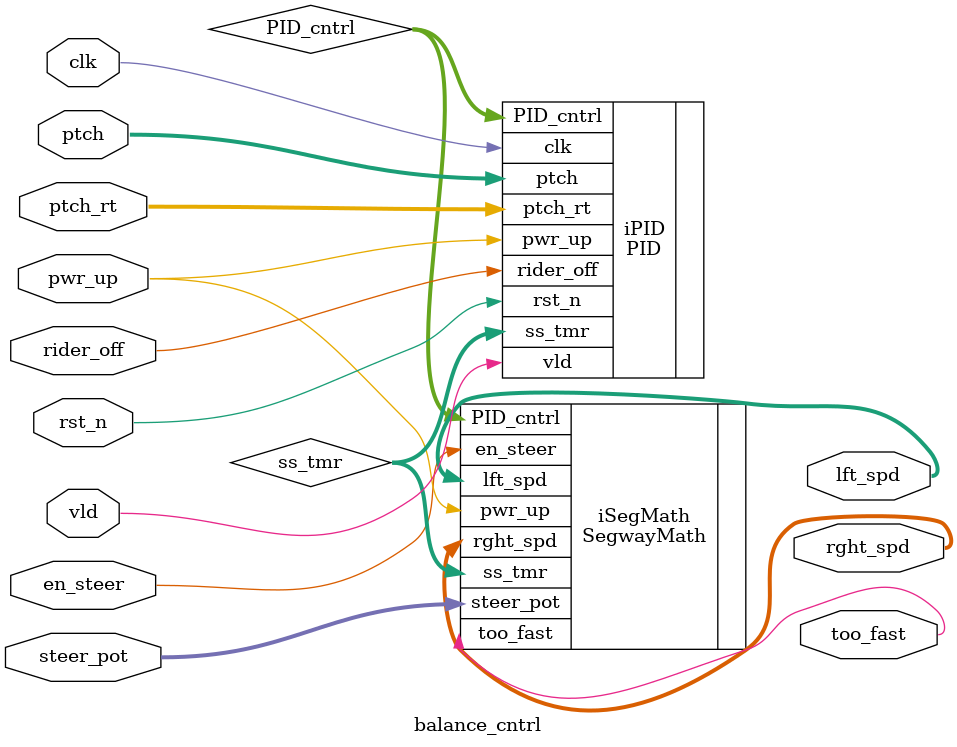
<source format=sv>
module balance_cntrl #(parameter fast_sim = 1) (clk, rst_n, vld, ptch, ptch_rt, pwr_up, rider_off, steer_pot, en_steer, lft_spd, rght_spd, too_fast);

input clk, rst_n, vld;
input [15:0] ptch;
input [15:0] ptch_rt;
input pwr_up;
input rider_off; 
input [11:0] steer_pot;
input en_steer;
output signed [11:0] lft_spd, rght_spd;
output signed too_fast;

logic signed [11:0] PID_cntrl;
logic signed [7:0] ss_tmr;

//Instantiate PID and SegwayMath
PID #(.fast_sim(fast_sim)) iPID (.clk(clk), .rst_n(rst_n), .vld(vld), .rider_off(rider_off), .ptch(ptch), .ptch_rt(ptch_rt), .pwr_up(pwr_up), .PID_cntrl(PID_cntrl), .ss_tmr(ss_tmr));
SegwayMath iSegMath (.PID_cntrl(PID_cntrl), .ss_tmr(ss_tmr), .steer_pot(steer_pot), .en_steer(en_steer), .pwr_up(pwr_up), .lft_spd(lft_spd), .rght_spd(rght_spd), .too_fast(too_fast));

endmodule
</source>
